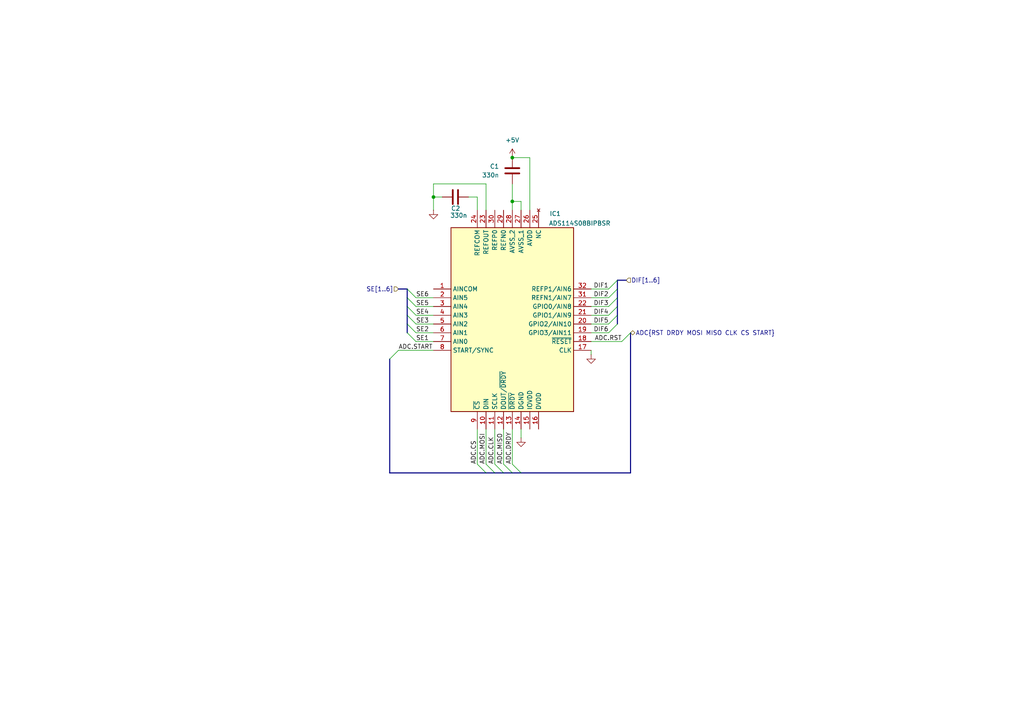
<source format=kicad_sch>
(kicad_sch
	(version 20250114)
	(generator "eeschema")
	(generator_version "9.0")
	(uuid "7045bf25-c1ee-4ef2-952f-9c85fbc27010")
	(paper "A4")
	(title_block
		(title "Universal use measuring PCB")
		(company "Author: Kacper Pawlak")
	)
	(lib_symbols
		(symbol "ADS114S08BIPBSR:ADS114S08BIPBSR"
			(exclude_from_sim no)
			(in_bom yes)
			(on_board yes)
			(property "Reference" "IC1"
				(at 35.306 21.844 0)
				(effects
					(font
						(size 1.27 1.27)
					)
				)
			)
			(property "Value" "ADS114S08BIPBSR"
				(at 42.418 19.05 0)
				(effects
					(font
						(size 1.27 1.27)
					)
				)
			)
			(property "Footprint" "QFP50P700X700X120-32N"
				(at 41.91 -79.68 0)
				(effects
					(font
						(size 1.27 1.27)
					)
					(justify left top)
					(hide yes)
				)
			)
			(property "Datasheet" "http://www.ti.com/lit/ds/symlink/ads114s08b.pdf"
				(at 41.91 -179.68 0)
				(effects
					(font
						(size 1.27 1.27)
					)
					(justify left top)
					(hide yes)
				)
			)
			(property "Description" "16-Bit, 4kSPS, 12-Ch Delta-Sigma ADC With PGA and Voltage Reference for Low-Cost Applications"
				(at 0 0 0)
				(effects
					(font
						(size 1.27 1.27)
					)
					(hide yes)
				)
			)
			(property "Height" "1.2"
				(at 41.91 -379.68 0)
				(effects
					(font
						(size 1.27 1.27)
					)
					(justify left top)
					(hide yes)
				)
			)
			(property "Mouser Part Number" "595-ADS114S08BIPBSR"
				(at 41.91 -479.68 0)
				(effects
					(font
						(size 1.27 1.27)
					)
					(justify left top)
					(hide yes)
				)
			)
			(property "Mouser Price/Stock" "https://www.mouser.co.uk/ProductDetail/Texas-Instruments/ADS114S08BIPBSR?qs=BZBei1rCqCBEYklFsSuG7A%3D%3D"
				(at 41.91 -579.68 0)
				(effects
					(font
						(size 1.27 1.27)
					)
					(justify left top)
					(hide yes)
				)
			)
			(property "Manufacturer_Name" "Texas Instruments"
				(at 41.91 -679.68 0)
				(effects
					(font
						(size 1.27 1.27)
					)
					(justify left top)
					(hide yes)
				)
			)
			(property "Manufacturer_Part_Number" "ADS114S08BIPBSR"
				(at 41.91 -779.68 0)
				(effects
					(font
						(size 1.27 1.27)
					)
					(justify left top)
					(hide yes)
				)
			)
			(symbol "ADS114S08BIPBSR_1_1"
				(rectangle
					(start 5.08 17.78)
					(end 40.64 -35.56)
					(stroke
						(width 0.254)
						(type default)
					)
					(fill
						(type background)
					)
				)
				(pin passive line
					(at 0 0 0)
					(length 5.08)
					(name "AINCOM"
						(effects
							(font
								(size 1.27 1.27)
							)
						)
					)
					(number "1"
						(effects
							(font
								(size 1.27 1.27)
							)
						)
					)
				)
				(pin passive line
					(at 0 -2.54 0)
					(length 5.08)
					(name "AIN5"
						(effects
							(font
								(size 1.27 1.27)
							)
						)
					)
					(number "2"
						(effects
							(font
								(size 1.27 1.27)
							)
						)
					)
				)
				(pin passive line
					(at 0 -5.08 0)
					(length 5.08)
					(name "AIN4"
						(effects
							(font
								(size 1.27 1.27)
							)
						)
					)
					(number "3"
						(effects
							(font
								(size 1.27 1.27)
							)
						)
					)
				)
				(pin passive line
					(at 0 -7.62 0)
					(length 5.08)
					(name "AIN3"
						(effects
							(font
								(size 1.27 1.27)
							)
						)
					)
					(number "4"
						(effects
							(font
								(size 1.27 1.27)
							)
						)
					)
				)
				(pin passive line
					(at 0 -10.16 0)
					(length 5.08)
					(name "AIN2"
						(effects
							(font
								(size 1.27 1.27)
							)
						)
					)
					(number "5"
						(effects
							(font
								(size 1.27 1.27)
							)
						)
					)
				)
				(pin passive line
					(at 0 -12.7 0)
					(length 5.08)
					(name "AIN1"
						(effects
							(font
								(size 1.27 1.27)
							)
						)
					)
					(number "6"
						(effects
							(font
								(size 1.27 1.27)
							)
						)
					)
				)
				(pin passive line
					(at 0 -15.24 0)
					(length 5.08)
					(name "AIN0"
						(effects
							(font
								(size 1.27 1.27)
							)
						)
					)
					(number "7"
						(effects
							(font
								(size 1.27 1.27)
							)
						)
					)
				)
				(pin passive line
					(at 0 -17.78 0)
					(length 5.08)
					(name "START/SYNC"
						(effects
							(font
								(size 1.27 1.27)
							)
						)
					)
					(number "8"
						(effects
							(font
								(size 1.27 1.27)
							)
						)
					)
				)
				(pin passive line
					(at 12.7 22.86 270)
					(length 5.08)
					(name "REFCOM"
						(effects
							(font
								(size 1.27 1.27)
							)
						)
					)
					(number "24"
						(effects
							(font
								(size 1.27 1.27)
							)
						)
					)
				)
				(pin passive line
					(at 12.7 -40.64 90)
					(length 5.08)
					(name "~{CS}"
						(effects
							(font
								(size 1.27 1.27)
							)
						)
					)
					(number "9"
						(effects
							(font
								(size 1.27 1.27)
							)
						)
					)
				)
				(pin passive line
					(at 15.24 22.86 270)
					(length 5.08)
					(name "REFOUT"
						(effects
							(font
								(size 1.27 1.27)
							)
						)
					)
					(number "23"
						(effects
							(font
								(size 1.27 1.27)
							)
						)
					)
				)
				(pin passive line
					(at 15.24 -40.64 90)
					(length 5.08)
					(name "DIN"
						(effects
							(font
								(size 1.27 1.27)
							)
						)
					)
					(number "10"
						(effects
							(font
								(size 1.27 1.27)
							)
						)
					)
				)
				(pin passive line
					(at 17.78 22.86 270)
					(length 5.08)
					(name "REFP0"
						(effects
							(font
								(size 1.27 1.27)
							)
						)
					)
					(number "30"
						(effects
							(font
								(size 1.27 1.27)
							)
						)
					)
				)
				(pin passive line
					(at 17.78 -40.64 90)
					(length 5.08)
					(name "SCLK"
						(effects
							(font
								(size 1.27 1.27)
							)
						)
					)
					(number "11"
						(effects
							(font
								(size 1.27 1.27)
							)
						)
					)
				)
				(pin passive line
					(at 20.32 22.86 270)
					(length 5.08)
					(name "REFN0"
						(effects
							(font
								(size 1.27 1.27)
							)
						)
					)
					(number "29"
						(effects
							(font
								(size 1.27 1.27)
							)
						)
					)
				)
				(pin passive line
					(at 20.32 -40.64 90)
					(length 5.08)
					(name "DOUT/~{DRDY}"
						(effects
							(font
								(size 1.27 1.27)
							)
						)
					)
					(number "12"
						(effects
							(font
								(size 1.27 1.27)
							)
						)
					)
				)
				(pin passive line
					(at 22.86 22.86 270)
					(length 5.08)
					(name "AVSS_2"
						(effects
							(font
								(size 1.27 1.27)
							)
						)
					)
					(number "28"
						(effects
							(font
								(size 1.27 1.27)
							)
						)
					)
				)
				(pin passive line
					(at 22.86 -40.64 90)
					(length 5.08)
					(name "~{DRDY}"
						(effects
							(font
								(size 1.27 1.27)
							)
						)
					)
					(number "13"
						(effects
							(font
								(size 1.27 1.27)
							)
						)
					)
				)
				(pin passive line
					(at 25.4 22.86 270)
					(length 5.08)
					(name "AVSS_1"
						(effects
							(font
								(size 1.27 1.27)
							)
						)
					)
					(number "27"
						(effects
							(font
								(size 1.27 1.27)
							)
						)
					)
				)
				(pin passive line
					(at 25.4 -40.64 90)
					(length 5.08)
					(name "DGND"
						(effects
							(font
								(size 1.27 1.27)
							)
						)
					)
					(number "14"
						(effects
							(font
								(size 1.27 1.27)
							)
						)
					)
				)
				(pin passive line
					(at 27.94 22.86 270)
					(length 5.08)
					(name "AVDD"
						(effects
							(font
								(size 1.27 1.27)
							)
						)
					)
					(number "26"
						(effects
							(font
								(size 1.27 1.27)
							)
						)
					)
				)
				(pin passive line
					(at 27.94 -40.64 90)
					(length 5.08)
					(name "IOVDD"
						(effects
							(font
								(size 1.27 1.27)
							)
						)
					)
					(number "15"
						(effects
							(font
								(size 1.27 1.27)
							)
						)
					)
				)
				(pin no_connect line
					(at 30.48 22.86 270)
					(length 5.08)
					(name "NC"
						(effects
							(font
								(size 1.27 1.27)
							)
						)
					)
					(number "25"
						(effects
							(font
								(size 1.27 1.27)
							)
						)
					)
				)
				(pin passive line
					(at 30.48 -40.64 90)
					(length 5.08)
					(name "DVDD"
						(effects
							(font
								(size 1.27 1.27)
							)
						)
					)
					(number "16"
						(effects
							(font
								(size 1.27 1.27)
							)
						)
					)
				)
				(pin passive line
					(at 45.72 0 180)
					(length 5.08)
					(name "REFP1/AIN6"
						(effects
							(font
								(size 1.27 1.27)
							)
						)
					)
					(number "32"
						(effects
							(font
								(size 1.27 1.27)
							)
						)
					)
				)
				(pin passive line
					(at 45.72 -2.54 180)
					(length 5.08)
					(name "REFN1/AIN7"
						(effects
							(font
								(size 1.27 1.27)
							)
						)
					)
					(number "31"
						(effects
							(font
								(size 1.27 1.27)
							)
						)
					)
				)
				(pin passive line
					(at 45.72 -5.08 180)
					(length 5.08)
					(name "GPIO0/AIN8"
						(effects
							(font
								(size 1.27 1.27)
							)
						)
					)
					(number "22"
						(effects
							(font
								(size 1.27 1.27)
							)
						)
					)
				)
				(pin passive line
					(at 45.72 -7.62 180)
					(length 5.08)
					(name "GPIO1/AIN9"
						(effects
							(font
								(size 1.27 1.27)
							)
						)
					)
					(number "21"
						(effects
							(font
								(size 1.27 1.27)
							)
						)
					)
				)
				(pin passive line
					(at 45.72 -10.16 180)
					(length 5.08)
					(name "GPIO2/AIN10"
						(effects
							(font
								(size 1.27 1.27)
							)
						)
					)
					(number "20"
						(effects
							(font
								(size 1.27 1.27)
							)
						)
					)
				)
				(pin passive line
					(at 45.72 -12.7 180)
					(length 5.08)
					(name "GPIO3/AIN11"
						(effects
							(font
								(size 1.27 1.27)
							)
						)
					)
					(number "19"
						(effects
							(font
								(size 1.27 1.27)
							)
						)
					)
				)
				(pin passive line
					(at 45.72 -15.24 180)
					(length 5.08)
					(name "~{RESET}"
						(effects
							(font
								(size 1.27 1.27)
							)
						)
					)
					(number "18"
						(effects
							(font
								(size 1.27 1.27)
							)
						)
					)
				)
				(pin passive line
					(at 45.72 -17.78 180)
					(length 5.08)
					(name "CLK"
						(effects
							(font
								(size 1.27 1.27)
							)
						)
					)
					(number "17"
						(effects
							(font
								(size 1.27 1.27)
							)
						)
					)
				)
			)
			(embedded_fonts no)
		)
		(symbol "Device:C"
			(pin_numbers
				(hide yes)
			)
			(pin_names
				(offset 0.254)
			)
			(exclude_from_sim no)
			(in_bom yes)
			(on_board yes)
			(property "Reference" "C"
				(at 0.635 2.54 0)
				(effects
					(font
						(size 1.27 1.27)
					)
					(justify left)
				)
			)
			(property "Value" "C"
				(at 0.635 -2.54 0)
				(effects
					(font
						(size 1.27 1.27)
					)
					(justify left)
				)
			)
			(property "Footprint" ""
				(at 0.9652 -3.81 0)
				(effects
					(font
						(size 1.27 1.27)
					)
					(hide yes)
				)
			)
			(property "Datasheet" "~"
				(at 0 0 0)
				(effects
					(font
						(size 1.27 1.27)
					)
					(hide yes)
				)
			)
			(property "Description" "Unpolarized capacitor"
				(at 0 0 0)
				(effects
					(font
						(size 1.27 1.27)
					)
					(hide yes)
				)
			)
			(property "ki_keywords" "cap capacitor"
				(at 0 0 0)
				(effects
					(font
						(size 1.27 1.27)
					)
					(hide yes)
				)
			)
			(property "ki_fp_filters" "C_*"
				(at 0 0 0)
				(effects
					(font
						(size 1.27 1.27)
					)
					(hide yes)
				)
			)
			(symbol "C_0_1"
				(polyline
					(pts
						(xy -2.032 0.762) (xy 2.032 0.762)
					)
					(stroke
						(width 0.508)
						(type default)
					)
					(fill
						(type none)
					)
				)
				(polyline
					(pts
						(xy -2.032 -0.762) (xy 2.032 -0.762)
					)
					(stroke
						(width 0.508)
						(type default)
					)
					(fill
						(type none)
					)
				)
			)
			(symbol "C_1_1"
				(pin passive line
					(at 0 3.81 270)
					(length 2.794)
					(name "~"
						(effects
							(font
								(size 1.27 1.27)
							)
						)
					)
					(number "1"
						(effects
							(font
								(size 1.27 1.27)
							)
						)
					)
				)
				(pin passive line
					(at 0 -3.81 90)
					(length 2.794)
					(name "~"
						(effects
							(font
								(size 1.27 1.27)
							)
						)
					)
					(number "2"
						(effects
							(font
								(size 1.27 1.27)
							)
						)
					)
				)
			)
			(embedded_fonts no)
		)
		(symbol "power:+5V"
			(power)
			(pin_numbers
				(hide yes)
			)
			(pin_names
				(offset 0)
				(hide yes)
			)
			(exclude_from_sim no)
			(in_bom yes)
			(on_board yes)
			(property "Reference" "#PWR"
				(at 0 -3.81 0)
				(effects
					(font
						(size 1.27 1.27)
					)
					(hide yes)
				)
			)
			(property "Value" "+5V"
				(at 0 3.556 0)
				(effects
					(font
						(size 1.27 1.27)
					)
				)
			)
			(property "Footprint" ""
				(at 0 0 0)
				(effects
					(font
						(size 1.27 1.27)
					)
					(hide yes)
				)
			)
			(property "Datasheet" ""
				(at 0 0 0)
				(effects
					(font
						(size 1.27 1.27)
					)
					(hide yes)
				)
			)
			(property "Description" "Power symbol creates a global label with name \"+5V\""
				(at 0 0 0)
				(effects
					(font
						(size 1.27 1.27)
					)
					(hide yes)
				)
			)
			(property "ki_keywords" "global power"
				(at 0 0 0)
				(effects
					(font
						(size 1.27 1.27)
					)
					(hide yes)
				)
			)
			(symbol "+5V_0_1"
				(polyline
					(pts
						(xy -0.762 1.27) (xy 0 2.54)
					)
					(stroke
						(width 0)
						(type default)
					)
					(fill
						(type none)
					)
				)
				(polyline
					(pts
						(xy 0 2.54) (xy 0.762 1.27)
					)
					(stroke
						(width 0)
						(type default)
					)
					(fill
						(type none)
					)
				)
				(polyline
					(pts
						(xy 0 0) (xy 0 2.54)
					)
					(stroke
						(width 0)
						(type default)
					)
					(fill
						(type none)
					)
				)
			)
			(symbol "+5V_1_1"
				(pin power_in line
					(at 0 0 90)
					(length 0)
					(name "~"
						(effects
							(font
								(size 1.27 1.27)
							)
						)
					)
					(number "1"
						(effects
							(font
								(size 1.27 1.27)
							)
						)
					)
				)
			)
			(embedded_fonts no)
		)
		(symbol "power:GND"
			(power)
			(pin_numbers
				(hide yes)
			)
			(pin_names
				(offset 0)
				(hide yes)
			)
			(exclude_from_sim no)
			(in_bom yes)
			(on_board yes)
			(property "Reference" "#PWR"
				(at 0 -6.35 0)
				(effects
					(font
						(size 1.27 1.27)
					)
					(hide yes)
				)
			)
			(property "Value" "GND"
				(at 0 -3.81 0)
				(effects
					(font
						(size 1.27 1.27)
					)
				)
			)
			(property "Footprint" ""
				(at 0 0 0)
				(effects
					(font
						(size 1.27 1.27)
					)
					(hide yes)
				)
			)
			(property "Datasheet" ""
				(at 0 0 0)
				(effects
					(font
						(size 1.27 1.27)
					)
					(hide yes)
				)
			)
			(property "Description" "Power symbol creates a global label with name \"GND\" , ground"
				(at 0 0 0)
				(effects
					(font
						(size 1.27 1.27)
					)
					(hide yes)
				)
			)
			(property "ki_keywords" "global power"
				(at 0 0 0)
				(effects
					(font
						(size 1.27 1.27)
					)
					(hide yes)
				)
			)
			(symbol "GND_0_1"
				(polyline
					(pts
						(xy 0 0) (xy 0 -1.27) (xy 1.27 -1.27) (xy 0 -2.54) (xy -1.27 -1.27) (xy 0 -1.27)
					)
					(stroke
						(width 0)
						(type default)
					)
					(fill
						(type none)
					)
				)
			)
			(symbol "GND_1_1"
				(pin power_in line
					(at 0 0 270)
					(length 0)
					(name "~"
						(effects
							(font
								(size 1.27 1.27)
							)
						)
					)
					(number "1"
						(effects
							(font
								(size 1.27 1.27)
							)
						)
					)
				)
			)
			(embedded_fonts no)
		)
	)
	(junction
		(at 148.59 58.42)
		(diameter 0)
		(color 0 0 0 0)
		(uuid "58aca058-669e-4bce-95cd-38142e82e1e4")
	)
	(junction
		(at 125.73 57.15)
		(diameter 0)
		(color 0 0 0 0)
		(uuid "6875b97b-d31e-471f-918b-68d4994737a8")
	)
	(junction
		(at 148.59 45.72)
		(diameter 0)
		(color 0 0 0 0)
		(uuid "8d98e610-2ecd-4e0f-afc1-dbcf533965a9")
	)
	(bus_entry
		(at 176.53 83.82)
		(size 2.54 -2.54)
		(stroke
			(width 0)
			(type default)
		)
		(uuid "066f16d1-2826-42f4-aef1-d99086f9236d")
	)
	(bus_entry
		(at 138.43 134.62)
		(size 2.54 2.54)
		(stroke
			(width 0)
			(type default)
		)
		(uuid "292103c1-f533-4658-a3f7-3bc1c56afef9")
	)
	(bus_entry
		(at 176.53 91.44)
		(size 2.54 -2.54)
		(stroke
			(width 0)
			(type default)
		)
		(uuid "31c6ac8d-7d74-405d-b8ca-5e390b672b54")
	)
	(bus_entry
		(at 120.65 88.9)
		(size -2.54 -2.54)
		(stroke
			(width 0)
			(type default)
		)
		(uuid "59d3d3f5-a584-4342-9546-e1ff11ed8cac")
	)
	(bus_entry
		(at 176.53 86.36)
		(size 2.54 -2.54)
		(stroke
			(width 0)
			(type default)
		)
		(uuid "609b8de7-401a-4d17-9c72-54ae29f88ef5")
	)
	(bus_entry
		(at 115.57 101.6)
		(size -2.54 2.54)
		(stroke
			(width 0)
			(type default)
		)
		(uuid "71fa9f6b-0ef3-429f-a676-d444bdbcb9c2")
	)
	(bus_entry
		(at 140.97 134.62)
		(size 2.54 2.54)
		(stroke
			(width 0)
			(type default)
		)
		(uuid "7e8c5c6d-cfe8-4771-9344-70080be78ed1")
	)
	(bus_entry
		(at 120.65 86.36)
		(size -2.54 -2.54)
		(stroke
			(width 0)
			(type default)
		)
		(uuid "82d2bdd6-9492-4bb7-a15f-6bf94feccf8a")
	)
	(bus_entry
		(at 120.65 93.98)
		(size -2.54 -2.54)
		(stroke
			(width 0)
			(type default)
		)
		(uuid "8b2e97f0-1597-434c-b6d5-8588c9bfd9c2")
	)
	(bus_entry
		(at 120.65 91.44)
		(size -2.54 -2.54)
		(stroke
			(width 0)
			(type default)
		)
		(uuid "8c08afad-839b-45d9-945b-2b62a939551b")
	)
	(bus_entry
		(at 176.53 93.98)
		(size 2.54 -2.54)
		(stroke
			(width 0)
			(type default)
		)
		(uuid "8ca413db-b2af-452d-aba0-f2f71ec738e7")
	)
	(bus_entry
		(at 180.34 99.06)
		(size 2.54 -2.54)
		(stroke
			(width 0)
			(type default)
		)
		(uuid "8df9a0f5-5502-468e-bca8-88da40afe3e3")
	)
	(bus_entry
		(at 120.65 96.52)
		(size -2.54 -2.54)
		(stroke
			(width 0)
			(type default)
		)
		(uuid "963f5fe4-641e-441b-ab0e-9e21c6628e61")
	)
	(bus_entry
		(at 120.65 99.06)
		(size -2.54 -2.54)
		(stroke
			(width 0)
			(type default)
		)
		(uuid "966bea95-9c35-465d-a87a-d79f31b87896")
	)
	(bus_entry
		(at 148.59 134.62)
		(size 2.54 2.54)
		(stroke
			(width 0)
			(type default)
		)
		(uuid "971bf56f-4b03-49d8-b673-f3407697f2f8")
	)
	(bus_entry
		(at 143.51 134.62)
		(size 2.54 2.54)
		(stroke
			(width 0)
			(type default)
		)
		(uuid "bbd5d488-ac1d-4a03-a14f-84b346bf7de4")
	)
	(bus_entry
		(at 146.05 134.62)
		(size 2.54 2.54)
		(stroke
			(width 0)
			(type default)
		)
		(uuid "bdbdc0cb-8137-48b0-8910-abd14d14b891")
	)
	(bus_entry
		(at 176.53 88.9)
		(size 2.54 -2.54)
		(stroke
			(width 0)
			(type default)
		)
		(uuid "e36b8855-0f02-41ae-9d02-cfd490c75dbc")
	)
	(bus_entry
		(at 176.53 96.52)
		(size 2.54 -2.54)
		(stroke
			(width 0)
			(type default)
		)
		(uuid "fb621ad6-66e2-4b03-aa39-c21cde30c684")
	)
	(wire
		(pts
			(xy 140.97 124.46) (xy 140.97 134.62)
		)
		(stroke
			(width 0)
			(type default)
		)
		(uuid "00d59d33-02de-458b-9d5f-ce1646794bdf")
	)
	(bus
		(pts
			(xy 179.07 91.44) (xy 179.07 93.98)
		)
		(stroke
			(width 0)
			(type default)
		)
		(uuid "0726cfff-dd0a-433c-abdf-70aa758dd52a")
	)
	(bus
		(pts
			(xy 182.88 137.16) (xy 151.13 137.16)
		)
		(stroke
			(width 0)
			(type default)
		)
		(uuid "123d8b98-5d07-427c-9fb5-24561037224d")
	)
	(wire
		(pts
			(xy 171.45 99.06) (xy 180.34 99.06)
		)
		(stroke
			(width 0)
			(type default)
		)
		(uuid "144c02b6-2f3c-4c75-a04a-84cae6cb77ee")
	)
	(bus
		(pts
			(xy 140.97 137.16) (xy 113.03 137.16)
		)
		(stroke
			(width 0)
			(type default)
		)
		(uuid "15b96d30-50fb-4cfc-b001-40ddccaca655")
	)
	(wire
		(pts
			(xy 148.59 58.42) (xy 151.13 58.42)
		)
		(stroke
			(width 0)
			(type default)
		)
		(uuid "17b61a2a-b593-427c-9957-6cc186c74810")
	)
	(wire
		(pts
			(xy 171.45 83.82) (xy 176.53 83.82)
		)
		(stroke
			(width 0)
			(type default)
		)
		(uuid "21daa0d8-9547-4057-ae74-812bd354ad60")
	)
	(bus
		(pts
			(xy 118.11 93.98) (xy 118.11 96.52)
		)
		(stroke
			(width 0)
			(type default)
		)
		(uuid "22e59af4-8e29-4f4e-8a2d-8e12eb66b3ba")
	)
	(bus
		(pts
			(xy 179.07 88.9) (xy 179.07 91.44)
		)
		(stroke
			(width 0)
			(type default)
		)
		(uuid "25f93af2-0f90-40c5-81ef-8383dfbe8c4f")
	)
	(bus
		(pts
			(xy 148.59 137.16) (xy 146.05 137.16)
		)
		(stroke
			(width 0)
			(type default)
		)
		(uuid "308b5287-1cb7-4a3c-8e7e-f7f30dae032b")
	)
	(bus
		(pts
			(xy 179.07 86.36) (xy 179.07 88.9)
		)
		(stroke
			(width 0)
			(type default)
		)
		(uuid "32a43042-782a-4016-882a-04125c85337a")
	)
	(wire
		(pts
			(xy 146.05 124.46) (xy 146.05 134.62)
		)
		(stroke
			(width 0)
			(type default)
		)
		(uuid "333222f2-dd2b-4b7e-9abd-02c46a251f1d")
	)
	(wire
		(pts
			(xy 143.51 124.46) (xy 143.51 134.62)
		)
		(stroke
			(width 0)
			(type default)
		)
		(uuid "33c540fe-6e66-46dd-a805-42b022370f06")
	)
	(wire
		(pts
			(xy 171.45 88.9) (xy 176.53 88.9)
		)
		(stroke
			(width 0)
			(type default)
		)
		(uuid "35ce382d-14e0-4d57-8fe8-6f152f1a8088")
	)
	(bus
		(pts
			(xy 118.11 86.36) (xy 118.11 88.9)
		)
		(stroke
			(width 0)
			(type default)
		)
		(uuid "3b99a794-abc6-47a6-b0fb-70f0fa7d9663")
	)
	(bus
		(pts
			(xy 179.07 83.82) (xy 179.07 86.36)
		)
		(stroke
			(width 0)
			(type default)
		)
		(uuid "41316262-0624-430a-b394-9c800fcfc46f")
	)
	(wire
		(pts
			(xy 138.43 60.96) (xy 138.43 57.15)
		)
		(stroke
			(width 0)
			(type default)
		)
		(uuid "427e861c-6645-4c06-aec9-16b2e0ab8442")
	)
	(wire
		(pts
			(xy 140.97 53.34) (xy 125.73 53.34)
		)
		(stroke
			(width 0)
			(type default)
		)
		(uuid "4534a363-4519-4be2-90fb-774e6efacddf")
	)
	(bus
		(pts
			(xy 115.57 83.82) (xy 118.11 83.82)
		)
		(stroke
			(width 0)
			(type default)
		)
		(uuid "4730f3aa-8cdd-4b28-8c06-c16cc4253e7f")
	)
	(wire
		(pts
			(xy 120.65 86.36) (xy 125.73 86.36)
		)
		(stroke
			(width 0)
			(type default)
		)
		(uuid "48498906-b2b9-4eaa-a587-9713da974418")
	)
	(wire
		(pts
			(xy 125.73 57.15) (xy 125.73 60.96)
		)
		(stroke
			(width 0)
			(type default)
		)
		(uuid "49e53ae5-971f-4760-b439-a2fd1156f259")
	)
	(wire
		(pts
			(xy 125.73 53.34) (xy 125.73 57.15)
		)
		(stroke
			(width 0)
			(type default)
		)
		(uuid "4c2e354c-0545-4c08-a460-de433c73597d")
	)
	(wire
		(pts
			(xy 120.65 93.98) (xy 125.73 93.98)
		)
		(stroke
			(width 0)
			(type default)
		)
		(uuid "5030482e-7f29-4c1c-86d6-a818e435e1ed")
	)
	(wire
		(pts
			(xy 138.43 124.46) (xy 138.43 134.62)
		)
		(stroke
			(width 0)
			(type default)
		)
		(uuid "62020c7a-0e11-4e61-84fa-4a2f5baea930")
	)
	(bus
		(pts
			(xy 118.11 91.44) (xy 118.11 93.98)
		)
		(stroke
			(width 0)
			(type default)
		)
		(uuid "63e4acc5-fac3-444f-9750-f7f99e42fe26")
	)
	(wire
		(pts
			(xy 148.59 60.96) (xy 148.59 58.42)
		)
		(stroke
			(width 0)
			(type default)
		)
		(uuid "65e83326-2ea6-402d-ba38-29058b2f5a0a")
	)
	(wire
		(pts
			(xy 171.45 86.36) (xy 176.53 86.36)
		)
		(stroke
			(width 0)
			(type default)
		)
		(uuid "666582f5-b927-47f4-9aac-577e700a7694")
	)
	(bus
		(pts
			(xy 181.61 81.28) (xy 179.07 81.28)
		)
		(stroke
			(width 0)
			(type default)
		)
		(uuid "67702bf2-97ab-4980-a42e-71037b4418f2")
	)
	(wire
		(pts
			(xy 148.59 53.34) (xy 148.59 58.42)
		)
		(stroke
			(width 0)
			(type default)
		)
		(uuid "67997b0b-221e-45bd-8397-32bc7d2683ff")
	)
	(bus
		(pts
			(xy 113.03 104.14) (xy 113.03 137.16)
		)
		(stroke
			(width 0)
			(type default)
		)
		(uuid "6c00ede9-ea9c-4786-8cb9-2e8f9a03a5ad")
	)
	(wire
		(pts
			(xy 148.59 45.72) (xy 153.67 45.72)
		)
		(stroke
			(width 0)
			(type default)
		)
		(uuid "6ca1cc56-4268-4dab-9807-0ded80dfa634")
	)
	(wire
		(pts
			(xy 153.67 45.72) (xy 153.67 60.96)
		)
		(stroke
			(width 0)
			(type default)
		)
		(uuid "6d4808b9-7590-4fe3-8a79-eac55804aeef")
	)
	(wire
		(pts
			(xy 171.45 96.52) (xy 176.53 96.52)
		)
		(stroke
			(width 0)
			(type default)
		)
		(uuid "7599f02f-d3eb-4334-be47-42187480a240")
	)
	(wire
		(pts
			(xy 115.57 101.6) (xy 125.73 101.6)
		)
		(stroke
			(width 0)
			(type default)
		)
		(uuid "88dc9074-ee63-433c-9ed5-503901b9c8bc")
	)
	(bus
		(pts
			(xy 118.11 88.9) (xy 118.11 91.44)
		)
		(stroke
			(width 0)
			(type default)
		)
		(uuid "93455007-9d31-4ad7-b7c8-513ab1631fb0")
	)
	(wire
		(pts
			(xy 151.13 124.46) (xy 151.13 127)
		)
		(stroke
			(width 0)
			(type default)
		)
		(uuid "9b20bc40-1b0a-44f8-bd7a-350dcc33c68e")
	)
	(wire
		(pts
			(xy 171.45 91.44) (xy 176.53 91.44)
		)
		(stroke
			(width 0)
			(type default)
		)
		(uuid "a1ababe2-f11c-4a64-b87a-32021afccacf")
	)
	(wire
		(pts
			(xy 148.59 124.46) (xy 148.59 134.62)
		)
		(stroke
			(width 0)
			(type default)
		)
		(uuid "a1f86e3a-65a3-4ddf-aed7-1b0577c97f16")
	)
	(wire
		(pts
			(xy 151.13 58.42) (xy 151.13 60.96)
		)
		(stroke
			(width 0)
			(type default)
		)
		(uuid "a6cdd5f6-b750-416f-9136-ea383d33947e")
	)
	(bus
		(pts
			(xy 179.07 81.28) (xy 179.07 83.82)
		)
		(stroke
			(width 0)
			(type default)
		)
		(uuid "ab9a8df4-7a58-412c-a075-e0af6a6b464c")
	)
	(wire
		(pts
			(xy 140.97 60.96) (xy 140.97 53.34)
		)
		(stroke
			(width 0)
			(type default)
		)
		(uuid "af47b669-0db6-4c48-a3b5-eb132aac04e4")
	)
	(wire
		(pts
			(xy 120.65 91.44) (xy 125.73 91.44)
		)
		(stroke
			(width 0)
			(type default)
		)
		(uuid "b0443a61-e6ba-4763-b69e-d22b564e6432")
	)
	(wire
		(pts
			(xy 120.65 96.52) (xy 125.73 96.52)
		)
		(stroke
			(width 0)
			(type default)
		)
		(uuid "beae7ce0-e29c-4058-9198-0cfa8e9b8701")
	)
	(wire
		(pts
			(xy 171.45 101.6) (xy 171.45 102.87)
		)
		(stroke
			(width 0)
			(type default)
		)
		(uuid "cee148ba-367d-45c4-a96b-3e0ef7a7799f")
	)
	(bus
		(pts
			(xy 182.88 96.52) (xy 182.88 137.16)
		)
		(stroke
			(width 0)
			(type default)
		)
		(uuid "d60ddabd-7116-486a-882a-0b3accd99766")
	)
	(wire
		(pts
			(xy 120.65 99.06) (xy 125.73 99.06)
		)
		(stroke
			(width 0)
			(type default)
		)
		(uuid "da3f0f71-b9bc-48be-be47-dd7b29f7b524")
	)
	(wire
		(pts
			(xy 171.45 93.98) (xy 176.53 93.98)
		)
		(stroke
			(width 0)
			(type default)
		)
		(uuid "ddf45120-30f8-4f9c-8900-9f7fc48d2542")
	)
	(bus
		(pts
			(xy 118.11 83.82) (xy 118.11 86.36)
		)
		(stroke
			(width 0)
			(type default)
		)
		(uuid "e6cce07a-aecf-4065-846e-7ae937c7e9ca")
	)
	(bus
		(pts
			(xy 151.13 137.16) (xy 148.59 137.16)
		)
		(stroke
			(width 0)
			(type default)
		)
		(uuid "e9118643-9ccc-41ed-ac10-f642f5e81479")
	)
	(bus
		(pts
			(xy 143.51 137.16) (xy 140.97 137.16)
		)
		(stroke
			(width 0)
			(type default)
		)
		(uuid "eb019458-8b5c-45e7-bf88-0be4a903c1ea")
	)
	(wire
		(pts
			(xy 125.73 57.15) (xy 128.27 57.15)
		)
		(stroke
			(width 0)
			(type default)
		)
		(uuid "eff168d2-2e39-4a0d-b01b-de36cc157217")
	)
	(wire
		(pts
			(xy 138.43 57.15) (xy 135.89 57.15)
		)
		(stroke
			(width 0)
			(type default)
		)
		(uuid "f03a6ea1-b672-4397-ac7f-fcf5630bf90f")
	)
	(wire
		(pts
			(xy 120.65 88.9) (xy 125.73 88.9)
		)
		(stroke
			(width 0)
			(type default)
		)
		(uuid "f152ea67-995e-4d25-b83a-63bdff1d75d9")
	)
	(bus
		(pts
			(xy 146.05 137.16) (xy 143.51 137.16)
		)
		(stroke
			(width 0)
			(type default)
		)
		(uuid "fbaeb8ba-9b14-4f76-b9e1-60a19dcf2c19")
	)
	(label "DIF3"
		(at 176.53 88.9 180)
		(effects
			(font
				(size 1.27 1.27)
			)
			(justify right bottom)
		)
		(uuid "04a2f989-4ef3-4075-9e4b-dadfb88cc729")
	)
	(label "ADC.CS"
		(at 138.43 134.62 90)
		(effects
			(font
				(size 1.27 1.27)
			)
			(justify left bottom)
		)
		(uuid "12e81022-40ef-4308-8314-c4a548537eb2")
	)
	(label "DIF5"
		(at 176.53 93.98 180)
		(effects
			(font
				(size 1.27 1.27)
			)
			(justify right bottom)
		)
		(uuid "50ef5e3a-f514-40b8-8b6d-8ec792b00f66")
	)
	(label "ADC.RST"
		(at 180.34 99.06 180)
		(effects
			(font
				(size 1.27 1.27)
			)
			(justify right bottom)
		)
		(uuid "5ea87001-5c45-46bc-9b12-d1b341fbedf6")
	)
	(label "DIF1"
		(at 176.53 83.82 180)
		(effects
			(font
				(size 1.27 1.27)
			)
			(justify right bottom)
		)
		(uuid "70ffbea2-355b-4f09-bd28-aa58b153fc10")
	)
	(label "SE2"
		(at 120.65 96.52 0)
		(effects
			(font
				(size 1.27 1.27)
			)
			(justify left bottom)
		)
		(uuid "719b8f7b-0260-4f0b-866c-fbb13d085b61")
	)
	(label "ADC.DRDY"
		(at 148.59 134.62 90)
		(effects
			(font
				(size 1.27 1.27)
			)
			(justify left bottom)
		)
		(uuid "8764fdd0-35da-4066-b4c1-c7a766c89fab")
	)
	(label "ADC.MOSI"
		(at 140.97 134.62 90)
		(effects
			(font
				(size 1.27 1.27)
			)
			(justify left bottom)
		)
		(uuid "8c532770-a4c3-4a7e-be2f-9e7affe8b58f")
	)
	(label "SE6"
		(at 120.65 86.36 0)
		(effects
			(font
				(size 1.27 1.27)
			)
			(justify left bottom)
		)
		(uuid "8f8f609d-e614-4906-be0d-a3b1ba59d59e")
	)
	(label "ADC.START"
		(at 115.57 101.6 0)
		(effects
			(font
				(size 1.27 1.27)
			)
			(justify left bottom)
		)
		(uuid "af5ca51e-ef4a-462a-8846-e446b3e3ceef")
	)
	(label "SE1"
		(at 120.65 99.06 0)
		(effects
			(font
				(size 1.27 1.27)
			)
			(justify left bottom)
		)
		(uuid "b73bcf4c-d5e5-4769-83c1-2a8988aad40f")
	)
	(label "ADC.MISO"
		(at 146.05 134.62 90)
		(effects
			(font
				(size 1.27 1.27)
			)
			(justify left bottom)
		)
		(uuid "cc0b8ebb-b875-4a3f-815d-3778ed8b50fd")
	)
	(label "ADC.CLK"
		(at 143.51 134.62 90)
		(effects
			(font
				(size 1.27 1.27)
			)
			(justify left bottom)
		)
		(uuid "cc54d668-fb2f-4472-b4d7-02bf00fb6ecf")
	)
	(label "DIF2"
		(at 176.53 86.36 180)
		(effects
			(font
				(size 1.27 1.27)
			)
			(justify right bottom)
		)
		(uuid "d3fc0ce4-678a-4f72-8dd0-3f8855d3fb56")
	)
	(label "SE4"
		(at 120.65 91.44 0)
		(effects
			(font
				(size 1.27 1.27)
			)
			(justify left bottom)
		)
		(uuid "d9432bba-c2ff-4c1b-8289-321c893d8cc1")
	)
	(label "SE3"
		(at 120.65 93.98 0)
		(effects
			(font
				(size 1.27 1.27)
			)
			(justify left bottom)
		)
		(uuid "f80c0634-ced3-4a22-aabc-182e5b12d446")
	)
	(label "DIF6"
		(at 176.53 96.52 180)
		(effects
			(font
				(size 1.27 1.27)
			)
			(justify right bottom)
		)
		(uuid "fba32927-1028-43ef-94a6-eb385f3fbace")
	)
	(label "DIF4"
		(at 176.53 91.44 180)
		(effects
			(font
				(size 1.27 1.27)
			)
			(justify right bottom)
		)
		(uuid "fe7014a1-51a7-4042-8001-d7dcf5703a8a")
	)
	(label "SE5"
		(at 120.65 88.9 0)
		(effects
			(font
				(size 1.27 1.27)
			)
			(justify left bottom)
		)
		(uuid "ffa91e1b-89fe-44e1-8e7e-c53b4c13c9ef")
	)
	(hierarchical_label "SE[1..6]"
		(shape input)
		(at 115.57 83.82 180)
		(effects
			(font
				(size 1.27 1.27)
			)
			(justify right)
		)
		(uuid "1e7da597-7a25-4b7b-a027-5d7a754faf3b")
	)
	(hierarchical_label "ADC{RST DRDY MOSI MISO CLK CS START}"
		(shape bidirectional)
		(at 182.88 96.52 0)
		(effects
			(font
				(size 1.27 1.27)
			)
			(justify left)
		)
		(uuid "d9cf5ad3-ba9c-4098-81d0-d35f10254c52")
	)
	(hierarchical_label "DIF[1..6]"
		(shape input)
		(at 181.61 81.28 0)
		(effects
			(font
				(size 1.27 1.27)
			)
			(justify left)
		)
		(uuid "e19bb6c4-00fe-4604-87cb-fbdc14f2e84d")
	)
	(symbol
		(lib_id "power:GND")
		(at 171.45 102.87 0)
		(unit 1)
		(exclude_from_sim no)
		(in_bom yes)
		(on_board yes)
		(dnp no)
		(fields_autoplaced yes)
		(uuid "058313aa-d724-4045-bfad-a8493086878a")
		(property "Reference" "#PWR017"
			(at 171.45 109.22 0)
			(effects
				(font
					(size 1.27 1.27)
				)
				(hide yes)
			)
		)
		(property "Value" "GND"
			(at 171.45 107.95 0)
			(effects
				(font
					(size 1.27 1.27)
				)
				(hide yes)
			)
		)
		(property "Footprint" ""
			(at 171.45 102.87 0)
			(effects
				(font
					(size 1.27 1.27)
				)
				(hide yes)
			)
		)
		(property "Datasheet" ""
			(at 171.45 102.87 0)
			(effects
				(font
					(size 1.27 1.27)
				)
				(hide yes)
			)
		)
		(property "Description" "Power symbol creates a global label with name \"GND\" , ground"
			(at 171.45 102.87 0)
			(effects
				(font
					(size 1.27 1.27)
				)
				(hide yes)
			)
		)
		(pin "1"
			(uuid "e315a3a0-56b5-40b2-af89-ed159312feb7")
		)
		(instances
			(project "upp_simple"
				(path "/b652b05a-4e3d-4ad1-b032-18886abe7d45/27728c5b-995e-4e9b-804c-adae9f98b692"
					(reference "#PWR017")
					(unit 1)
				)
			)
		)
	)
	(symbol
		(lib_id "power:GND")
		(at 151.13 127 0)
		(mirror y)
		(unit 1)
		(exclude_from_sim no)
		(in_bom yes)
		(on_board yes)
		(dnp no)
		(fields_autoplaced yes)
		(uuid "34cab827-a513-4be1-b87a-1709da56abec")
		(property "Reference" "#PWR083"
			(at 151.13 133.35 0)
			(effects
				(font
					(size 1.27 1.27)
				)
				(hide yes)
			)
		)
		(property "Value" "GND"
			(at 151.13 132.08 0)
			(effects
				(font
					(size 1.27 1.27)
				)
				(hide yes)
			)
		)
		(property "Footprint" ""
			(at 151.13 127 0)
			(effects
				(font
					(size 1.27 1.27)
				)
				(hide yes)
			)
		)
		(property "Datasheet" ""
			(at 151.13 127 0)
			(effects
				(font
					(size 1.27 1.27)
				)
				(hide yes)
			)
		)
		(property "Description" "Power symbol creates a global label with name \"GND\" , ground"
			(at 151.13 127 0)
			(effects
				(font
					(size 1.27 1.27)
				)
				(hide yes)
			)
		)
		(pin "1"
			(uuid "c59cdc6b-0b03-401a-83f3-4b954d048f19")
		)
		(instances
			(project "upp_simple"
				(path "/b652b05a-4e3d-4ad1-b032-18886abe7d45/27728c5b-995e-4e9b-804c-adae9f98b692"
					(reference "#PWR083")
					(unit 1)
				)
			)
		)
	)
	(symbol
		(lib_id "power:GND")
		(at 125.73 60.96 0)
		(mirror y)
		(unit 1)
		(exclude_from_sim no)
		(in_bom yes)
		(on_board yes)
		(dnp no)
		(fields_autoplaced yes)
		(uuid "5db7c58a-b98e-4054-a5d2-3c9810d4818d")
		(property "Reference" "#PWR016"
			(at 125.73 67.31 0)
			(effects
				(font
					(size 1.27 1.27)
				)
				(hide yes)
			)
		)
		(property "Value" "GND"
			(at 125.73 66.04 0)
			(effects
				(font
					(size 1.27 1.27)
				)
				(hide yes)
			)
		)
		(property "Footprint" ""
			(at 125.73 60.96 0)
			(effects
				(font
					(size 1.27 1.27)
				)
				(hide yes)
			)
		)
		(property "Datasheet" ""
			(at 125.73 60.96 0)
			(effects
				(font
					(size 1.27 1.27)
				)
				(hide yes)
			)
		)
		(property "Description" "Power symbol creates a global label with name \"GND\" , ground"
			(at 125.73 60.96 0)
			(effects
				(font
					(size 1.27 1.27)
				)
				(hide yes)
			)
		)
		(pin "1"
			(uuid "4faff189-5850-4ce5-b444-8ac813e958f4")
		)
		(instances
			(project "upp_simple"
				(path "/b652b05a-4e3d-4ad1-b032-18886abe7d45/27728c5b-995e-4e9b-804c-adae9f98b692"
					(reference "#PWR016")
					(unit 1)
				)
			)
		)
	)
	(symbol
		(lib_id "ADS114S08BIPBSR:ADS114S08BIPBSR")
		(at 125.73 83.82 0)
		(unit 1)
		(exclude_from_sim no)
		(in_bom yes)
		(on_board yes)
		(dnp no)
		(uuid "67cfa800-aa9f-4f33-8ad5-0db10c34556b")
		(property "Reference" "IC1"
			(at 161.036 61.976 0)
			(effects
				(font
					(size 1.27 1.27)
				)
			)
		)
		(property "Value" "ADS114S08BIPBSR"
			(at 168.148 64.77 0)
			(effects
				(font
					(size 1.27 1.27)
				)
			)
		)
		(property "Footprint" "QFP50P700X700X120-32N"
			(at 167.64 163.5 0)
			(effects
				(font
					(size 1.27 1.27)
				)
				(justify left top)
				(hide yes)
			)
		)
		(property "Datasheet" "http://www.ti.com/lit/ds/symlink/ads114s08b.pdf"
			(at 167.64 263.5 0)
			(effects
				(font
					(size 1.27 1.27)
				)
				(justify left top)
				(hide yes)
			)
		)
		(property "Description" "16-Bit, 4kSPS, 12-Ch Delta-Sigma ADC With PGA and Voltage Reference for Low-Cost Applications"
			(at 125.73 83.82 0)
			(effects
				(font
					(size 1.27 1.27)
				)
				(hide yes)
			)
		)
		(property "Height" "1.2"
			(at 167.64 463.5 0)
			(effects
				(font
					(size 1.27 1.27)
				)
				(justify left top)
				(hide yes)
			)
		)
		(property "Mouser Part Number" "595-ADS114S08BIPBSR"
			(at 167.64 563.5 0)
			(effects
				(font
					(size 1.27 1.27)
				)
				(justify left top)
				(hide yes)
			)
		)
		(property "Mouser Price/Stock" "https://www.mouser.co.uk/ProductDetail/Texas-Instruments/ADS114S08BIPBSR?qs=BZBei1rCqCBEYklFsSuG7A%3D%3D"
			(at 167.64 663.5 0)
			(effects
				(font
					(size 1.27 1.27)
				)
				(justify left top)
				(hide yes)
			)
		)
		(property "Manufacturer_Name" "Texas Instruments"
			(at 167.64 763.5 0)
			(effects
				(font
					(size 1.27 1.27)
				)
				(justify left top)
				(hide yes)
			)
		)
		(property "Manufacturer_Part_Number" "ADS114S08BIPBSR"
			(at 167.64 863.5 0)
			(effects
				(font
					(size 1.27 1.27)
				)
				(justify left top)
				(hide yes)
			)
		)
		(pin "15"
			(uuid "9cd92090-d4c7-4dd0-9e4a-1242f1c6d031")
		)
		(pin "2"
			(uuid "1ba1dcec-ce41-4227-a8f2-ac8f0a579f82")
		)
		(pin "6"
			(uuid "48923694-c6f5-418a-a6dc-97a50926dbe4")
		)
		(pin "24"
			(uuid "ac744584-5ed4-4a45-bb11-a0c61905524e")
		)
		(pin "14"
			(uuid "09d7213f-a5b2-4039-a4e3-2658ad5865a7")
		)
		(pin "9"
			(uuid "5e26ce50-9238-4ea7-a6e2-03f5f143ed22")
		)
		(pin "32"
			(uuid "c9d02d33-9f1e-4737-aea1-f42ba92b8fe4")
		)
		(pin "20"
			(uuid "1d668b6b-e1aa-460e-9764-7b0db7935015")
		)
		(pin "10"
			(uuid "a17b038f-48a5-4897-a4bf-d062f128c2bd")
		)
		(pin "30"
			(uuid "36f740af-d0c0-423d-8597-3baae8e24ef3")
		)
		(pin "25"
			(uuid "03e0abac-a49c-4997-b333-2f85805e93a2")
		)
		(pin "5"
			(uuid "468ab0eb-8dbb-49e8-b7e3-5567506200e0")
		)
		(pin "22"
			(uuid "36a7f7cf-accb-47bd-a801-b0a4346e39c5")
		)
		(pin "26"
			(uuid "ea73e9ab-7e3b-49fb-acce-7c4916edde4e")
		)
		(pin "4"
			(uuid "e5176d5d-1f7d-4dc2-8498-7836a1f8ed9f")
		)
		(pin "19"
			(uuid "d6fc84e8-ff35-4420-9730-ae7740af4d71")
		)
		(pin "28"
			(uuid "44128407-fa29-4bf3-a9bd-c88e0f072ad5")
		)
		(pin "13"
			(uuid "c0e4c6b6-43fa-43d0-80fd-4b06a6d8def7")
		)
		(pin "27"
			(uuid "94971353-89fa-4a61-b4fa-9499c069a977")
		)
		(pin "21"
			(uuid "83f68870-bd43-43ee-a853-7f5f9b4f6878")
		)
		(pin "7"
			(uuid "c10a9b6f-ef01-4d46-a7e7-eaa79cbb5079")
		)
		(pin "1"
			(uuid "7d8bddda-80d7-4030-b688-ac8ec2b2da90")
		)
		(pin "29"
			(uuid "8723c14a-b5a6-4ca3-9107-a395f17a6cbd")
		)
		(pin "8"
			(uuid "459c0289-ba68-4a2c-b4bc-6d89f01db0c4")
		)
		(pin "17"
			(uuid "928f2502-32ff-4389-b1d4-68bf54eeb295")
		)
		(pin "16"
			(uuid "fe478724-b69c-4479-929a-7690aec310d4")
		)
		(pin "11"
			(uuid "505fed36-be6a-4eaa-893c-0e9c0b2d4498")
		)
		(pin "23"
			(uuid "77a5acfd-fd07-4213-88cc-92a8a338674e")
		)
		(pin "3"
			(uuid "8b3ac19b-3ec8-4d74-acc7-bfa50b9d3b92")
		)
		(pin "31"
			(uuid "9de5186d-7085-4888-9962-cb3ba122a6b4")
		)
		(pin "12"
			(uuid "f8502315-0539-4bcb-a62f-ca5085b5a7b0")
		)
		(pin "18"
			(uuid "13c15fb4-d794-4ef1-b1bc-d25334421b40")
		)
		(instances
			(project "upp_simple"
				(path "/b652b05a-4e3d-4ad1-b032-18886abe7d45/27728c5b-995e-4e9b-804c-adae9f98b692"
					(reference "IC1")
					(unit 1)
				)
			)
		)
	)
	(symbol
		(lib_id "Device:C")
		(at 132.08 57.15 270)
		(mirror x)
		(unit 1)
		(exclude_from_sim no)
		(in_bom yes)
		(on_board yes)
		(dnp no)
		(uuid "88fc4842-2245-407e-8e7d-a84f6b25c6cc")
		(property "Reference" "C2"
			(at 130.81 60.452 90)
			(effects
				(font
					(size 1.27 1.27)
				)
				(justify left)
			)
		)
		(property "Value" "330n"
			(at 130.556 62.484 90)
			(effects
				(font
					(size 1.27 1.27)
				)
				(justify left)
			)
		)
		(property "Footprint" ""
			(at 128.27 56.1848 0)
			(effects
				(font
					(size 1.27 1.27)
				)
				(hide yes)
			)
		)
		(property "Datasheet" "~"
			(at 132.08 57.15 0)
			(effects
				(font
					(size 1.27 1.27)
				)
				(hide yes)
			)
		)
		(property "Description" "Unpolarized capacitor"
			(at 132.08 57.15 0)
			(effects
				(font
					(size 1.27 1.27)
				)
				(hide yes)
			)
		)
		(pin "1"
			(uuid "7b81b660-b094-40b6-95f5-5c87d67ac472")
		)
		(pin "2"
			(uuid "5bfe2284-1a42-42df-9dbf-18114a74f871")
		)
		(instances
			(project "upp_simple"
				(path "/b652b05a-4e3d-4ad1-b032-18886abe7d45/27728c5b-995e-4e9b-804c-adae9f98b692"
					(reference "C2")
					(unit 1)
				)
			)
		)
	)
	(symbol
		(lib_id "power:+5V")
		(at 148.59 45.72 0)
		(unit 1)
		(exclude_from_sim no)
		(in_bom yes)
		(on_board yes)
		(dnp no)
		(fields_autoplaced yes)
		(uuid "d28b6138-73a3-4a5f-974e-c13fed7dbaed")
		(property "Reference" "#PWR015"
			(at 148.59 49.53 0)
			(effects
				(font
					(size 1.27 1.27)
				)
				(hide yes)
			)
		)
		(property "Value" "+5V"
			(at 148.59 40.64 0)
			(effects
				(font
					(size 1.27 1.27)
				)
			)
		)
		(property "Footprint" ""
			(at 148.59 45.72 0)
			(effects
				(font
					(size 1.27 1.27)
				)
				(hide yes)
			)
		)
		(property "Datasheet" ""
			(at 148.59 45.72 0)
			(effects
				(font
					(size 1.27 1.27)
				)
				(hide yes)
			)
		)
		(property "Description" "Power symbol creates a global label with name \"+5V\""
			(at 148.59 45.72 0)
			(effects
				(font
					(size 1.27 1.27)
				)
				(hide yes)
			)
		)
		(pin "1"
			(uuid "167c7e81-0874-4603-9e16-cd83d9411dd5")
		)
		(instances
			(project "upp_simple"
				(path "/b652b05a-4e3d-4ad1-b032-18886abe7d45/27728c5b-995e-4e9b-804c-adae9f98b692"
					(reference "#PWR015")
					(unit 1)
				)
			)
		)
	)
	(symbol
		(lib_id "Device:C")
		(at 148.59 49.53 0)
		(mirror y)
		(unit 1)
		(exclude_from_sim no)
		(in_bom yes)
		(on_board yes)
		(dnp no)
		(uuid "d3b42e46-fc39-4fe9-a672-c120ac0719de")
		(property "Reference" "C1"
			(at 144.78 48.2599 0)
			(effects
				(font
					(size 1.27 1.27)
				)
				(justify left)
			)
		)
		(property "Value" "330n"
			(at 144.78 50.7999 0)
			(effects
				(font
					(size 1.27 1.27)
				)
				(justify left)
			)
		)
		(property "Footprint" ""
			(at 147.6248 53.34 0)
			(effects
				(font
					(size 1.27 1.27)
				)
				(hide yes)
			)
		)
		(property "Datasheet" "~"
			(at 148.59 49.53 0)
			(effects
				(font
					(size 1.27 1.27)
				)
				(hide yes)
			)
		)
		(property "Description" "Unpolarized capacitor"
			(at 148.59 49.53 0)
			(effects
				(font
					(size 1.27 1.27)
				)
				(hide yes)
			)
		)
		(pin "1"
			(uuid "92a5a3f9-df2f-43ec-a68e-5d2f18e56449")
		)
		(pin "2"
			(uuid "06b9ca12-55ba-4cb6-9cb9-00506d8d945e")
		)
		(instances
			(project "upp_simple"
				(path "/b652b05a-4e3d-4ad1-b032-18886abe7d45/27728c5b-995e-4e9b-804c-adae9f98b692"
					(reference "C1")
					(unit 1)
				)
			)
		)
	)
)

</source>
